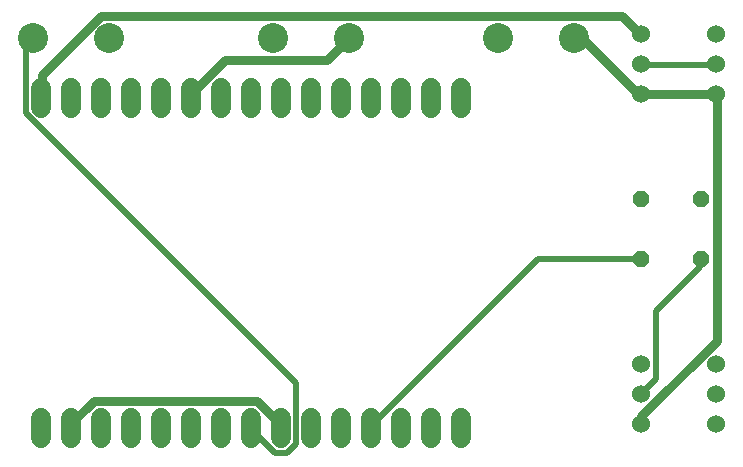
<source format=gbr>
G04 EAGLE Gerber RS-274X export*
G75*
%MOMM*%
%FSLAX34Y34*%
%LPD*%
%INBottom Copper*%
%IPPOS*%
%AMOC8*
5,1,8,0,0,1.08239X$1,22.5*%
G01*
%ADD10C,1.524000*%
%ADD11P,1.429621X8X22.500000*%
%ADD12C,2.540000*%
%ADD13C,1.676400*%
%ADD14C,0.762000*%
%ADD15C,0.508000*%


D10*
X546100Y317500D03*
X546100Y342900D03*
X546100Y368300D03*
X609600Y38100D03*
X609600Y63500D03*
X609600Y88900D03*
X609600Y317500D03*
X609600Y342900D03*
X609600Y368300D03*
X546100Y38100D03*
X546100Y63500D03*
X546100Y88900D03*
D11*
X546100Y228600D03*
X596900Y228600D03*
X546100Y177800D03*
X596900Y177800D03*
D12*
X31000Y365000D03*
X96000Y365000D03*
X424700Y365000D03*
X489700Y365000D03*
X234200Y365000D03*
X299200Y365000D03*
D13*
X393700Y322682D02*
X393700Y305918D01*
X368300Y305918D02*
X368300Y322682D01*
X342900Y322682D02*
X342900Y305918D01*
X317500Y305918D02*
X317500Y322682D01*
X292100Y322682D02*
X292100Y305918D01*
X266700Y305918D02*
X266700Y322682D01*
X241300Y322682D02*
X241300Y305918D01*
X215900Y305918D02*
X215900Y322682D01*
X190500Y322682D02*
X190500Y305918D01*
X165100Y305918D02*
X165100Y322682D01*
X139700Y322682D02*
X139700Y305918D01*
X114300Y305918D02*
X114300Y322682D01*
X88900Y322682D02*
X88900Y305918D01*
X63500Y305918D02*
X63500Y322682D01*
X38100Y322682D02*
X38100Y305918D01*
X38100Y43282D02*
X38100Y26518D01*
X63500Y26518D02*
X63500Y43282D01*
X88900Y43282D02*
X88900Y26518D01*
X114300Y26518D02*
X114300Y43282D01*
X139700Y43282D02*
X139700Y26518D01*
X165100Y26518D02*
X165100Y43282D01*
X190500Y43282D02*
X190500Y26518D01*
X215900Y26518D02*
X215900Y43282D01*
X241300Y43282D02*
X241300Y26518D01*
X266700Y26518D02*
X266700Y43282D01*
X292100Y43282D02*
X292100Y26518D01*
X317500Y26518D02*
X317500Y43282D01*
X342900Y43282D02*
X342900Y26518D01*
X368300Y26518D02*
X368300Y43282D01*
X393700Y43282D02*
X393700Y26518D01*
D14*
X38750Y315000D02*
X38750Y333750D01*
X88750Y383750D01*
X530000Y383750D01*
X545000Y368750D01*
X38750Y315000D02*
X38100Y314300D01*
X545000Y368750D02*
X546100Y368300D01*
D15*
X545000Y177500D02*
X458750Y177500D01*
X317500Y36250D01*
X317500Y34900D01*
X545000Y177500D02*
X546100Y177800D01*
D14*
X63750Y38750D02*
X63750Y35000D01*
X63750Y38750D02*
X82500Y57500D01*
X221250Y57500D01*
X241250Y37500D01*
X241250Y35000D01*
X63750Y35000D02*
X63500Y34900D01*
X241250Y35000D02*
X241300Y34900D01*
X546100Y317500D02*
X609600Y317500D01*
X496250Y365000D02*
X489700Y365000D01*
X496250Y365000D02*
X542500Y318750D01*
X546100Y317500D01*
X546250Y45000D02*
X546250Y38750D01*
X546250Y45000D02*
X610000Y108750D01*
X610000Y313750D01*
X546250Y38750D02*
X546100Y38100D01*
X610000Y313750D02*
X609600Y317500D01*
X166250Y318750D02*
X166250Y315000D01*
X166250Y318750D02*
X193750Y346250D01*
X280000Y346250D01*
X298750Y365000D01*
X166250Y315000D02*
X165100Y314300D01*
X298750Y365000D02*
X299200Y365000D01*
D15*
X596250Y177500D02*
X596250Y171250D01*
X558750Y133750D01*
X558750Y76250D01*
X546250Y63750D01*
X596250Y177500D02*
X596900Y177800D01*
X546250Y63750D02*
X546100Y63500D01*
X546250Y342500D02*
X608750Y342500D01*
X609600Y342900D01*
X546250Y342500D02*
X546100Y342900D01*
X236250Y13750D02*
X216250Y33750D01*
X236250Y13750D02*
X246250Y13750D01*
X253750Y21250D01*
X253750Y72500D01*
X25000Y301250D01*
X25000Y360000D01*
X30000Y365000D01*
X215900Y34900D02*
X216250Y33750D01*
X31000Y365000D02*
X30000Y365000D01*
M02*

</source>
